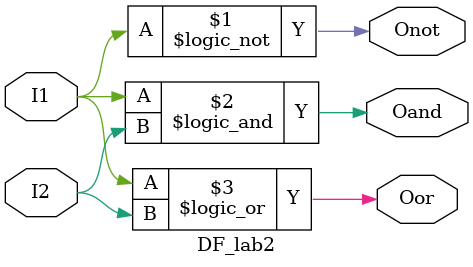
<source format=v>
module DF_lab2(Oand, Onot, Oor, I1, I2);

input I1, I2;
output Oand, Oor, Onot;

assign Onot = !I1;
assign Oand = I1&&I2;
assign Oor = I1||I2;

endmodule

</source>
